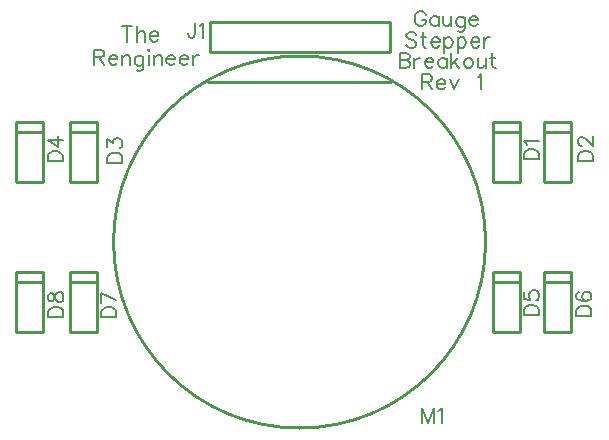
<source format=gbr>
G04 DipTrace 2.3.0.0*
%INTopSilk.gbr*%
%MOIN*%
%ADD10C,0.0098*%
%ADD40C,0.0077*%
%FSLAX44Y44*%
G04*
G70*
G90*
G75*
G01*
%LNTopSilk*%
%LPD*%
X16940Y18291D2*
D10*
X10940D1*
X16940Y17291D2*
X10940D1*
X16940Y18291D2*
Y17291D1*
X10940Y18291D2*
Y17291D1*
X20387Y14945D2*
X21293D1*
Y12935D1*
X20387Y14611D2*
X21293D1*
X20387Y12935D2*
X21293D1*
X20387Y14945D2*
Y12935D1*
X22087Y14945D2*
X22993D1*
Y12935D1*
X22087Y14611D2*
X22993D1*
X22087Y12935D2*
X22993D1*
X22087Y14945D2*
Y12935D1*
X6287Y14945D2*
X7193D1*
Y12935D1*
X6287Y14611D2*
X7193D1*
X6287Y12935D2*
X7193D1*
X6287Y14945D2*
Y12935D1*
X4487Y14945D2*
X5393D1*
Y12935D1*
X4487Y14611D2*
X5393D1*
X4487Y12935D2*
X5393D1*
X4487Y14945D2*
Y12935D1*
X20387Y9945D2*
X21293D1*
Y7935D1*
X20387Y9611D2*
X21293D1*
X20387Y7935D2*
X21293D1*
X20387Y9945D2*
Y7935D1*
X22087Y9945D2*
X22993D1*
Y7935D1*
X22087Y9611D2*
X22993D1*
X22087Y7935D2*
X22993D1*
X22087Y9945D2*
Y7935D1*
X6287Y9945D2*
X7193D1*
Y7935D1*
X6287Y9611D2*
X7193D1*
X6287Y7935D2*
X7193D1*
X6287Y9945D2*
Y7935D1*
X4487Y9945D2*
X5393D1*
Y7935D1*
X4487Y9611D2*
X5393D1*
X4487Y7935D2*
X5393D1*
X4487Y9945D2*
Y7935D1*
X7740Y10940D2*
G02X7740Y10940I6200J0D01*
G01*
X10888Y16290D2*
X16991D1*
X10458Y18253D2*
D40*
Y17871D1*
X10434Y17799D1*
X10410Y17775D1*
X10362Y17751D1*
X10314D1*
X10267Y17775D1*
X10243Y17799D1*
X10219Y17871D1*
Y17918D1*
X10612Y18157D2*
X10660Y18181D1*
X10732Y18253D1*
Y17751D1*
X21418Y13692D2*
X21920D1*
Y13859D1*
X21896Y13931D1*
X21848Y13979D1*
X21800Y14003D1*
X21729Y14027D1*
X21609D1*
X21537Y14003D1*
X21490Y13979D1*
X21442Y13931D1*
X21418Y13859D1*
Y13692D1*
X21514Y14181D2*
X21490Y14229D1*
X21418Y14301D1*
X21920D1*
X23223Y13640D2*
X23725D1*
Y13808D1*
X23701Y13880D1*
X23653Y13928D1*
X23605Y13951D1*
X23534Y13975D1*
X23414D1*
X23342Y13951D1*
X23295Y13928D1*
X23247Y13880D1*
X23223Y13808D1*
Y13640D1*
X23343Y14154D2*
X23319D1*
X23271Y14178D1*
X23247Y14201D1*
X23223Y14250D1*
Y14345D1*
X23247Y14393D1*
X23271Y14416D1*
X23319Y14441D1*
X23367D1*
X23415Y14416D1*
X23486Y14369D1*
X23725Y14130D1*
Y14465D1*
X7535Y13584D2*
X8037D1*
Y13752D1*
X8013Y13824D1*
X7965Y13872D1*
X7917Y13895D1*
X7846Y13919D1*
X7726D1*
X7654Y13895D1*
X7607Y13872D1*
X7559Y13824D1*
X7535Y13752D1*
Y13584D1*
Y14122D2*
Y14384D1*
X7727Y14241D1*
Y14313D1*
X7750Y14360D1*
X7774Y14384D1*
X7846Y14409D1*
X7894D1*
X7965Y14384D1*
X8014Y14337D1*
X8037Y14265D1*
Y14193D1*
X8014Y14122D1*
X7989Y14098D1*
X7942Y14074D1*
X5539Y13628D2*
X6041D1*
Y13796D1*
X6017Y13868D1*
X5969Y13916D1*
X5921Y13940D1*
X5850Y13963D1*
X5730D1*
X5658Y13940D1*
X5611Y13916D1*
X5563Y13868D1*
X5539Y13796D1*
Y13628D1*
X6041Y14357D2*
X5539D1*
X5874Y14118D1*
Y14476D1*
X21418Y8507D2*
X21920D1*
Y8675D1*
X21896Y8747D1*
X21848Y8795D1*
X21800Y8818D1*
X21729Y8842D1*
X21609D1*
X21537Y8818D1*
X21490Y8795D1*
X21442Y8747D1*
X21418Y8675D1*
Y8507D1*
Y9283D2*
Y9045D1*
X21633Y9021D1*
X21610Y9045D1*
X21585Y9117D1*
Y9188D1*
X21610Y9260D1*
X21657Y9308D1*
X21729Y9332D1*
X21777D1*
X21848Y9308D1*
X21897Y9260D1*
X21920Y9188D1*
Y9117D1*
X21897Y9045D1*
X21872Y9021D1*
X21825Y8997D1*
X23167Y8484D2*
X23669D1*
Y8652D1*
X23645Y8724D1*
X23597Y8772D1*
X23549Y8796D1*
X23478Y8819D1*
X23358D1*
X23286Y8796D1*
X23239Y8772D1*
X23191Y8724D1*
X23167Y8652D1*
Y8484D1*
X23239Y9261D2*
X23191Y9237D1*
X23167Y9165D1*
Y9117D1*
X23191Y9046D1*
X23263Y8998D1*
X23382Y8974D1*
X23502D1*
X23597Y8998D1*
X23646Y9046D1*
X23669Y9117D1*
Y9141D1*
X23646Y9213D1*
X23597Y9261D1*
X23526Y9284D1*
X23502D1*
X23430Y9261D1*
X23382Y9213D1*
X23359Y9141D1*
Y9117D1*
X23382Y9046D1*
X23430Y8998D1*
X23502Y8974D1*
X7332Y8430D2*
X7834D1*
Y8598D1*
X7810Y8670D1*
X7762Y8718D1*
X7714Y8741D1*
X7643Y8765D1*
X7523D1*
X7451Y8741D1*
X7404Y8718D1*
X7356Y8670D1*
X7332Y8598D1*
Y8430D1*
X7834Y9015D2*
X7332Y9255D1*
Y8920D1*
X5567Y8445D2*
X6069D1*
Y8612D1*
X6045Y8684D1*
X5997Y8732D1*
X5949Y8756D1*
X5878Y8780D1*
X5758D1*
X5686Y8756D1*
X5639Y8732D1*
X5591Y8684D1*
X5567Y8612D1*
Y8445D1*
Y9053D2*
X5591Y8982D1*
X5639Y8958D1*
X5687D1*
X5734Y8982D1*
X5759Y9030D1*
X5782Y9125D1*
X5806Y9197D1*
X5854Y9245D1*
X5902Y9268D1*
X5974D1*
X6021Y9245D1*
X6046Y9221D1*
X6069Y9149D1*
Y9053D1*
X6046Y8982D1*
X6021Y8958D1*
X5974Y8934D1*
X5902D1*
X5854Y8958D1*
X5806Y9006D1*
X5782Y9077D1*
X5759Y9173D1*
X5734Y9221D1*
X5687Y9245D1*
X5639D1*
X5591Y9221D1*
X5567Y9149D1*
Y9053D1*
X18411Y4912D2*
Y5415D1*
X18219Y4912D1*
X18028Y5415D1*
Y4912D1*
X18565Y5318D2*
X18613Y5343D1*
X18685Y5414D1*
Y4912D1*
X7094Y17103D2*
X7309D1*
X7381Y17128D1*
X7405Y17151D1*
X7429Y17199D1*
Y17247D1*
X7405Y17295D1*
X7381Y17319D1*
X7309Y17343D1*
X7094D1*
Y16840D1*
X7262Y17103D2*
X7429Y16840D1*
X7583Y17032D2*
X7870D1*
Y17080D1*
X7846Y17128D1*
X7823Y17151D1*
X7775Y17175D1*
X7703D1*
X7655Y17151D1*
X7607Y17103D1*
X7583Y17032D1*
Y16984D1*
X7607Y16912D1*
X7655Y16865D1*
X7703Y16840D1*
X7775D1*
X7823Y16865D1*
X7870Y16912D1*
X8025Y17175D2*
Y16840D1*
Y17080D2*
X8096Y17151D1*
X8145Y17175D1*
X8216D1*
X8264Y17151D1*
X8288Y17080D1*
Y16840D1*
X8729Y17151D2*
Y16768D1*
X8705Y16697D1*
X8681Y16673D1*
X8633Y16649D1*
X8561D1*
X8514Y16673D1*
X8729Y17080D2*
X8681Y17127D1*
X8633Y17151D1*
X8561D1*
X8514Y17127D1*
X8466Y17080D1*
X8442Y17008D1*
Y16960D1*
X8466Y16888D1*
X8514Y16840D1*
X8561Y16817D1*
X8633D1*
X8681Y16840D1*
X8729Y16888D1*
X8883Y17343D2*
X8907Y17319D1*
X8931Y17343D1*
X8907Y17367D1*
X8883Y17343D1*
X8907Y17175D2*
Y16840D1*
X9086Y17175D2*
Y16840D1*
Y17080D2*
X9158Y17151D1*
X9206Y17175D1*
X9277D1*
X9325Y17151D1*
X9349Y17080D1*
Y16840D1*
X9503Y17032D2*
X9790D1*
Y17080D1*
X9766Y17128D1*
X9743Y17151D1*
X9695Y17175D1*
X9623D1*
X9575Y17151D1*
X9527Y17103D1*
X9503Y17032D1*
Y16984D1*
X9527Y16912D1*
X9575Y16865D1*
X9623Y16840D1*
X9695D1*
X9743Y16865D1*
X9790Y16912D1*
X9945Y17032D2*
X10231D1*
Y17080D1*
X10208Y17128D1*
X10184Y17151D1*
X10136Y17175D1*
X10064D1*
X10016Y17151D1*
X9968Y17103D1*
X9945Y17032D1*
Y16984D1*
X9968Y16912D1*
X10016Y16865D1*
X10064Y16840D1*
X10136D1*
X10184Y16865D1*
X10231Y16912D1*
X10386Y17175D2*
Y16840D1*
Y17032D2*
X10410Y17103D1*
X10458Y17151D1*
X10506Y17175D1*
X10578D1*
X8202Y18127D2*
Y17624D1*
X8035Y18127D2*
X8370D1*
X8524D2*
Y17624D1*
Y17864D2*
X8596Y17935D1*
X8644Y17959D1*
X8716D1*
X8763Y17935D1*
X8787Y17864D1*
Y17624D1*
X8942Y17815D2*
X9228D1*
Y17864D1*
X9205Y17912D1*
X9181Y17935D1*
X9133Y17959D1*
X9061D1*
X9013Y17935D1*
X8965Y17887D1*
X8942Y17815D1*
Y17768D1*
X8965Y17696D1*
X9013Y17649D1*
X9061Y17624D1*
X9133D1*
X9181Y17649D1*
X9228Y17696D1*
X18139Y18522D2*
X18116Y18570D1*
X18068Y18618D1*
X18020Y18642D1*
X17924D1*
X17876Y18618D1*
X17829Y18570D1*
X17804Y18522D1*
X17781Y18451D1*
Y18331D1*
X17804Y18259D1*
X17829Y18211D1*
X17876Y18164D1*
X17924Y18139D1*
X18020D1*
X18068Y18164D1*
X18116Y18211D1*
X18139Y18259D1*
Y18331D1*
X18020D1*
X18581Y18474D2*
Y18139D1*
Y18402D2*
X18533Y18451D1*
X18485Y18474D1*
X18414D1*
X18366Y18451D1*
X18318Y18402D1*
X18294Y18331D1*
Y18283D1*
X18318Y18211D1*
X18366Y18164D1*
X18414Y18139D1*
X18485D1*
X18533Y18164D1*
X18581Y18211D1*
X18735Y18474D2*
Y18235D1*
X18759Y18164D1*
X18807Y18139D1*
X18879D1*
X18926Y18164D1*
X18998Y18235D1*
Y18474D2*
Y18139D1*
X19439Y18451D2*
Y18068D1*
X19416Y17996D1*
X19392Y17972D1*
X19344Y17948D1*
X19272D1*
X19224Y17972D1*
X19439Y18379D2*
X19392Y18426D1*
X19344Y18451D1*
X19272D1*
X19224Y18426D1*
X19176Y18379D1*
X19152Y18307D1*
Y18259D1*
X19176Y18187D1*
X19224Y18139D1*
X19272Y18116D1*
X19344D1*
X19392Y18139D1*
X19439Y18187D1*
X19594Y18331D2*
X19881D1*
Y18379D1*
X19857Y18427D1*
X19833Y18451D1*
X19785Y18474D1*
X19713D1*
X19666Y18451D1*
X19617Y18402D1*
X19594Y18331D1*
Y18283D1*
X19617Y18211D1*
X19666Y18164D1*
X19713Y18139D1*
X19785D1*
X19833Y18164D1*
X19881Y18211D1*
X17824Y17853D2*
X17777Y17901D1*
X17705Y17925D1*
X17609D1*
X17538Y17901D1*
X17490Y17853D1*
Y17806D1*
X17514Y17758D1*
X17538Y17734D1*
X17585Y17710D1*
X17729Y17662D1*
X17777Y17638D1*
X17801Y17614D1*
X17824Y17566D1*
Y17494D1*
X17777Y17447D1*
X17705Y17423D1*
X17609D1*
X17538Y17447D1*
X17490Y17494D1*
X18051Y17925D2*
Y17518D1*
X18074Y17447D1*
X18123Y17423D1*
X18170D1*
X17979Y17758D2*
X18146D1*
X18324Y17614D2*
X18611D1*
Y17662D1*
X18588Y17710D1*
X18564Y17734D1*
X18516Y17758D1*
X18444D1*
X18396Y17734D1*
X18348Y17686D1*
X18324Y17614D1*
Y17566D1*
X18348Y17494D1*
X18396Y17447D1*
X18444Y17423D1*
X18516D1*
X18564Y17447D1*
X18611Y17494D1*
X18766Y17758D2*
Y17255D1*
Y17686D2*
X18814Y17733D1*
X18861Y17758D1*
X18933D1*
X18981Y17733D1*
X19029Y17686D1*
X19053Y17614D1*
Y17566D1*
X19029Y17494D1*
X18981Y17446D1*
X18933Y17423D1*
X18861D1*
X18814Y17446D1*
X18766Y17494D1*
X19207Y17758D2*
Y17255D1*
Y17686D2*
X19256Y17733D1*
X19303Y17758D1*
X19375D1*
X19423Y17733D1*
X19471Y17686D1*
X19495Y17614D1*
Y17566D1*
X19471Y17494D1*
X19423Y17446D1*
X19375Y17423D1*
X19303D1*
X19256Y17446D1*
X19207Y17494D1*
X19649Y17614D2*
X19936D1*
Y17662D1*
X19912Y17710D1*
X19889Y17734D1*
X19841Y17758D1*
X19769D1*
X19721Y17734D1*
X19673Y17686D1*
X19649Y17614D1*
Y17566D1*
X19673Y17494D1*
X19721Y17447D1*
X19769Y17423D1*
X19841D1*
X19889Y17447D1*
X19936Y17494D1*
X20091Y17758D2*
Y17423D1*
Y17614D2*
X20115Y17686D1*
X20162Y17734D1*
X20210Y17758D1*
X20282D1*
X17279Y17240D2*
Y16737D1*
X17494D1*
X17566Y16762D1*
X17590Y16786D1*
X17614Y16833D1*
Y16905D1*
X17590Y16953D1*
X17566Y16977D1*
X17494Y17001D1*
X17566Y17025D1*
X17590Y17049D1*
X17614Y17096D1*
Y17144D1*
X17590Y17192D1*
X17566Y17216D1*
X17494Y17240D1*
X17279D1*
Y17001D2*
X17494D1*
X17768Y17072D2*
Y16737D1*
Y16929D2*
X17792Y17001D1*
X17840Y17049D1*
X17888Y17072D1*
X17960D1*
X18114Y16929D2*
X18401D1*
Y16977D1*
X18377Y17025D1*
X18354Y17049D1*
X18306Y17072D1*
X18234D1*
X18186Y17049D1*
X18138Y17001D1*
X18114Y16929D1*
Y16881D1*
X18138Y16809D1*
X18186Y16762D1*
X18234Y16737D1*
X18306D1*
X18354Y16762D1*
X18401Y16809D1*
X18842Y17072D2*
Y16737D1*
Y17001D2*
X18795Y17049D1*
X18747Y17072D1*
X18676D1*
X18627Y17049D1*
X18580Y17001D1*
X18556Y16929D1*
Y16881D1*
X18580Y16809D1*
X18627Y16762D1*
X18676Y16737D1*
X18747D1*
X18795Y16762D1*
X18842Y16809D1*
X18997Y17240D2*
Y16737D1*
X19236Y17072D2*
X18997Y16833D1*
X19092Y16929D2*
X19260Y16737D1*
X19534Y17072D2*
X19486Y17049D1*
X19438Y17001D1*
X19414Y16929D1*
Y16881D1*
X19438Y16809D1*
X19486Y16762D1*
X19534Y16737D1*
X19606D1*
X19654Y16762D1*
X19701Y16809D1*
X19725Y16881D1*
Y16929D1*
X19701Y17001D1*
X19654Y17049D1*
X19606Y17072D1*
X19534D1*
X19880D2*
Y16833D1*
X19904Y16762D1*
X19952Y16737D1*
X20024D1*
X20071Y16762D1*
X20143Y16833D1*
Y17072D2*
Y16737D1*
X20369Y17240D2*
Y16833D1*
X20393Y16762D1*
X20441Y16737D1*
X20489D1*
X20297Y17072D2*
X20465D1*
X18023Y16289D2*
X18238D1*
X18310Y16313D1*
X18334Y16337D1*
X18358Y16384D1*
Y16432D1*
X18334Y16480D1*
X18310Y16504D1*
X18238Y16528D1*
X18023D1*
Y16026D1*
X18190Y16289D2*
X18358Y16026D1*
X18512Y16217D2*
X18799D1*
Y16265D1*
X18775Y16313D1*
X18751Y16337D1*
X18703Y16361D1*
X18632D1*
X18584Y16337D1*
X18536Y16289D1*
X18512Y16217D1*
Y16169D1*
X18536Y16097D1*
X18584Y16050D1*
X18632Y16026D1*
X18703D1*
X18751Y16050D1*
X18799Y16097D1*
X18953Y16361D2*
X19097Y16026D1*
X19240Y16361D1*
X19881Y16432D2*
X19929Y16456D1*
X20001Y16527D1*
Y16026D1*
M02*

</source>
